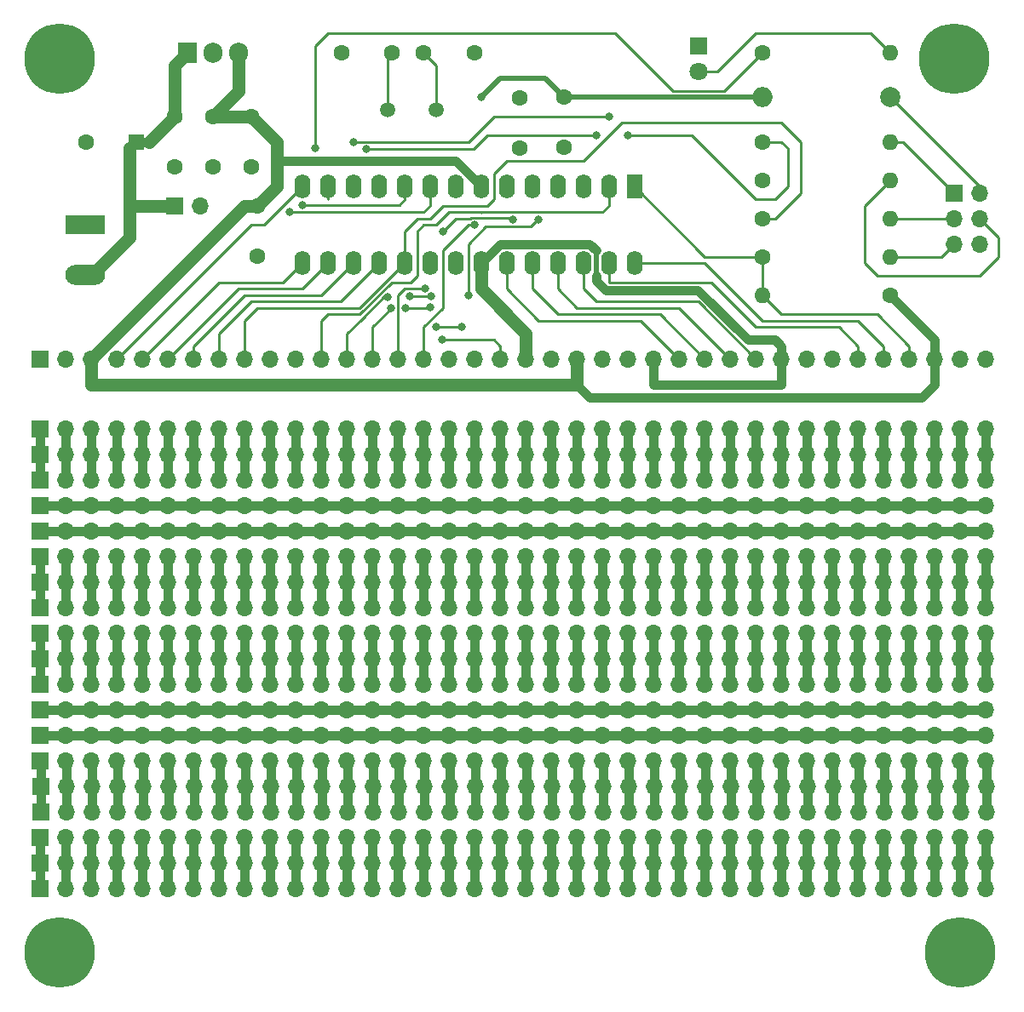
<source format=gtl>
G04 #@! TF.GenerationSoftware,KiCad,Pcbnew,5.1.9+dfsg1-1*
G04 #@! TF.CreationDate,2022-07-21T18:14:53-05:00*
G04 #@! TF.ProjectId,aarghweeno_88,61617267-6877-4656-956e-6f5f38382e6b,rev?*
G04 #@! TF.SameCoordinates,Original*
G04 #@! TF.FileFunction,Copper,L1,Top*
G04 #@! TF.FilePolarity,Positive*
%FSLAX46Y46*%
G04 Gerber Fmt 4.6, Leading zero omitted, Abs format (unit mm)*
G04 Created by KiCad (PCBNEW 5.1.9+dfsg1-1) date 2022-07-21 18:14:53*
%MOMM*%
%LPD*%
G01*
G04 APERTURE LIST*
G04 #@! TA.AperFunction,ComponentPad*
%ADD10O,1.700000X1.700000*%
G04 #@! TD*
G04 #@! TA.AperFunction,ComponentPad*
%ADD11R,1.700000X1.700000*%
G04 #@! TD*
G04 #@! TA.AperFunction,ComponentPad*
%ADD12C,7.000000*%
G04 #@! TD*
G04 #@! TA.AperFunction,ComponentPad*
%ADD13O,1.600000X2.400000*%
G04 #@! TD*
G04 #@! TA.AperFunction,ComponentPad*
%ADD14R,1.600000X2.400000*%
G04 #@! TD*
G04 #@! TA.AperFunction,ComponentPad*
%ADD15C,1.500000*%
G04 #@! TD*
G04 #@! TA.AperFunction,ComponentPad*
%ADD16O,1.905000X2.000000*%
G04 #@! TD*
G04 #@! TA.AperFunction,ComponentPad*
%ADD17R,1.905000X2.000000*%
G04 #@! TD*
G04 #@! TA.AperFunction,ComponentPad*
%ADD18O,1.600000X1.600000*%
G04 #@! TD*
G04 #@! TA.AperFunction,ComponentPad*
%ADD19C,1.600000*%
G04 #@! TD*
G04 #@! TA.AperFunction,ComponentPad*
%ADD20O,2.000000X2.000000*%
G04 #@! TD*
G04 #@! TA.AperFunction,ComponentPad*
%ADD21C,2.000000*%
G04 #@! TD*
G04 #@! TA.AperFunction,ComponentPad*
%ADD22O,3.960000X1.980000*%
G04 #@! TD*
G04 #@! TA.AperFunction,ComponentPad*
%ADD23R,3.960000X1.980000*%
G04 #@! TD*
G04 #@! TA.AperFunction,ComponentPad*
%ADD24C,1.800000*%
G04 #@! TD*
G04 #@! TA.AperFunction,ComponentPad*
%ADD25R,1.800000X1.800000*%
G04 #@! TD*
G04 #@! TA.AperFunction,ComponentPad*
%ADD26R,1.600000X1.600000*%
G04 #@! TD*
G04 #@! TA.AperFunction,ViaPad*
%ADD27C,0.800000*%
G04 #@! TD*
G04 #@! TA.AperFunction,Conductor*
%ADD28C,1.270000*%
G04 #@! TD*
G04 #@! TA.AperFunction,Conductor*
%ADD29C,0.889000*%
G04 #@! TD*
G04 #@! TA.AperFunction,Conductor*
%ADD30C,0.508000*%
G04 #@! TD*
G04 #@! TA.AperFunction,Conductor*
%ADD31C,0.250000*%
G04 #@! TD*
G04 APERTURE END LIST*
D10*
X106680000Y-66040000D03*
D11*
X104140000Y-66040000D03*
D12*
X182245000Y-140335000D03*
X181610000Y-51435000D03*
X92710000Y-140335000D03*
X92710000Y-51435000D03*
D11*
X90805000Y-133985000D03*
D10*
X93345000Y-133985000D03*
X95885000Y-133985000D03*
X98425000Y-133985000D03*
X100965000Y-133985000D03*
X103505000Y-133985000D03*
X106045000Y-133985000D03*
X108585000Y-133985000D03*
X111125000Y-133985000D03*
X113665000Y-133985000D03*
X116205000Y-133985000D03*
X118745000Y-133985000D03*
X121285000Y-133985000D03*
X123825000Y-133985000D03*
X126365000Y-133985000D03*
X128905000Y-133985000D03*
X131445000Y-133985000D03*
X133985000Y-133985000D03*
X136525000Y-133985000D03*
X139065000Y-133985000D03*
X141605000Y-133985000D03*
X144145000Y-133985000D03*
X146685000Y-133985000D03*
X149225000Y-133985000D03*
X151765000Y-133985000D03*
X154305000Y-133985000D03*
X156845000Y-133985000D03*
X159385000Y-133985000D03*
X161925000Y-133985000D03*
X164465000Y-133985000D03*
X167005000Y-133985000D03*
X169545000Y-133985000D03*
X172085000Y-133985000D03*
X174625000Y-133985000D03*
X177165000Y-133985000D03*
X179705000Y-133985000D03*
X182245000Y-133985000D03*
X184785000Y-133985000D03*
D11*
X90805000Y-131445000D03*
D10*
X93345000Y-131445000D03*
X95885000Y-131445000D03*
X98425000Y-131445000D03*
X100965000Y-131445000D03*
X103505000Y-131445000D03*
X106045000Y-131445000D03*
X108585000Y-131445000D03*
X111125000Y-131445000D03*
X113665000Y-131445000D03*
X116205000Y-131445000D03*
X118745000Y-131445000D03*
X121285000Y-131445000D03*
X123825000Y-131445000D03*
X126365000Y-131445000D03*
X128905000Y-131445000D03*
X131445000Y-131445000D03*
X133985000Y-131445000D03*
X136525000Y-131445000D03*
X139065000Y-131445000D03*
X141605000Y-131445000D03*
X144145000Y-131445000D03*
X146685000Y-131445000D03*
X149225000Y-131445000D03*
X151765000Y-131445000D03*
X154305000Y-131445000D03*
X156845000Y-131445000D03*
X159385000Y-131445000D03*
X161925000Y-131445000D03*
X164465000Y-131445000D03*
X167005000Y-131445000D03*
X169545000Y-131445000D03*
X172085000Y-131445000D03*
X174625000Y-131445000D03*
X177165000Y-131445000D03*
X179705000Y-131445000D03*
X182245000Y-131445000D03*
X184785000Y-131445000D03*
D11*
X90805000Y-128905000D03*
D10*
X93345000Y-128905000D03*
X95885000Y-128905000D03*
X98425000Y-128905000D03*
X100965000Y-128905000D03*
X103505000Y-128905000D03*
X106045000Y-128905000D03*
X108585000Y-128905000D03*
X111125000Y-128905000D03*
X113665000Y-128905000D03*
X116205000Y-128905000D03*
X118745000Y-128905000D03*
X121285000Y-128905000D03*
X123825000Y-128905000D03*
X126365000Y-128905000D03*
X128905000Y-128905000D03*
X131445000Y-128905000D03*
X133985000Y-128905000D03*
X136525000Y-128905000D03*
X139065000Y-128905000D03*
X141605000Y-128905000D03*
X144145000Y-128905000D03*
X146685000Y-128905000D03*
X149225000Y-128905000D03*
X151765000Y-128905000D03*
X154305000Y-128905000D03*
X156845000Y-128905000D03*
X159385000Y-128905000D03*
X161925000Y-128905000D03*
X164465000Y-128905000D03*
X167005000Y-128905000D03*
X169545000Y-128905000D03*
X172085000Y-128905000D03*
X174625000Y-128905000D03*
X177165000Y-128905000D03*
X179705000Y-128905000D03*
X182245000Y-128905000D03*
X184785000Y-128905000D03*
D11*
X90815000Y-126365000D03*
D10*
X93355000Y-126365000D03*
X95895000Y-126365000D03*
X98435000Y-126365000D03*
X100975000Y-126365000D03*
X103515000Y-126365000D03*
X106055000Y-126365000D03*
X108595000Y-126365000D03*
X111135000Y-126365000D03*
X113675000Y-126365000D03*
X116215000Y-126365000D03*
X118755000Y-126365000D03*
X121295000Y-126365000D03*
X123835000Y-126365000D03*
X126375000Y-126365000D03*
X128915000Y-126365000D03*
X131455000Y-126365000D03*
X133995000Y-126365000D03*
X136535000Y-126365000D03*
X139075000Y-126365000D03*
X141615000Y-126365000D03*
X144155000Y-126365000D03*
X146695000Y-126365000D03*
X149235000Y-126365000D03*
X151775000Y-126365000D03*
X154315000Y-126365000D03*
X156855000Y-126365000D03*
X159395000Y-126365000D03*
X161935000Y-126365000D03*
X164475000Y-126365000D03*
X167015000Y-126365000D03*
X169555000Y-126365000D03*
X172095000Y-126365000D03*
X174635000Y-126365000D03*
X177175000Y-126365000D03*
X179715000Y-126365000D03*
X182255000Y-126365000D03*
X184795000Y-126365000D03*
D11*
X90815000Y-123825000D03*
D10*
X93355000Y-123825000D03*
X95895000Y-123825000D03*
X98435000Y-123825000D03*
X100975000Y-123825000D03*
X103515000Y-123825000D03*
X106055000Y-123825000D03*
X108595000Y-123825000D03*
X111135000Y-123825000D03*
X113675000Y-123825000D03*
X116215000Y-123825000D03*
X118755000Y-123825000D03*
X121295000Y-123825000D03*
X123835000Y-123825000D03*
X126375000Y-123825000D03*
X128915000Y-123825000D03*
X131455000Y-123825000D03*
X133995000Y-123825000D03*
X136535000Y-123825000D03*
X139075000Y-123825000D03*
X141615000Y-123825000D03*
X144155000Y-123825000D03*
X146695000Y-123825000D03*
X149235000Y-123825000D03*
X151775000Y-123825000D03*
X154315000Y-123825000D03*
X156855000Y-123825000D03*
X159395000Y-123825000D03*
X161935000Y-123825000D03*
X164475000Y-123825000D03*
X167015000Y-123825000D03*
X169555000Y-123825000D03*
X172095000Y-123825000D03*
X174635000Y-123825000D03*
X177175000Y-123825000D03*
X179715000Y-123825000D03*
X182255000Y-123825000D03*
X184795000Y-123825000D03*
D11*
X90805000Y-121285000D03*
D10*
X93345000Y-121285000D03*
X95885000Y-121285000D03*
X98425000Y-121285000D03*
X100965000Y-121285000D03*
X103505000Y-121285000D03*
X106045000Y-121285000D03*
X108585000Y-121285000D03*
X111125000Y-121285000D03*
X113665000Y-121285000D03*
X116205000Y-121285000D03*
X118745000Y-121285000D03*
X121285000Y-121285000D03*
X123825000Y-121285000D03*
X126365000Y-121285000D03*
X128905000Y-121285000D03*
X131445000Y-121285000D03*
X133985000Y-121285000D03*
X136525000Y-121285000D03*
X139065000Y-121285000D03*
X141605000Y-121285000D03*
X144145000Y-121285000D03*
X146685000Y-121285000D03*
X149225000Y-121285000D03*
X151765000Y-121285000D03*
X154305000Y-121285000D03*
X156845000Y-121285000D03*
X159385000Y-121285000D03*
X161925000Y-121285000D03*
X164465000Y-121285000D03*
X167005000Y-121285000D03*
X169545000Y-121285000D03*
X172085000Y-121285000D03*
X174625000Y-121285000D03*
X177165000Y-121285000D03*
X179705000Y-121285000D03*
X182245000Y-121285000D03*
X184785000Y-121285000D03*
D11*
X90805000Y-118745000D03*
D10*
X93345000Y-118745000D03*
X95885000Y-118745000D03*
X98425000Y-118745000D03*
X100965000Y-118745000D03*
X103505000Y-118745000D03*
X106045000Y-118745000D03*
X108585000Y-118745000D03*
X111125000Y-118745000D03*
X113665000Y-118745000D03*
X116205000Y-118745000D03*
X118745000Y-118745000D03*
X121285000Y-118745000D03*
X123825000Y-118745000D03*
X126365000Y-118745000D03*
X128905000Y-118745000D03*
X131445000Y-118745000D03*
X133985000Y-118745000D03*
X136525000Y-118745000D03*
X139065000Y-118745000D03*
X141605000Y-118745000D03*
X144145000Y-118745000D03*
X146685000Y-118745000D03*
X149225000Y-118745000D03*
X151765000Y-118745000D03*
X154305000Y-118745000D03*
X156845000Y-118745000D03*
X159385000Y-118745000D03*
X161925000Y-118745000D03*
X164465000Y-118745000D03*
X167005000Y-118745000D03*
X169545000Y-118745000D03*
X172085000Y-118745000D03*
X174625000Y-118745000D03*
X177165000Y-118745000D03*
X179705000Y-118745000D03*
X182245000Y-118745000D03*
X184785000Y-118745000D03*
D11*
X90805000Y-116205000D03*
D10*
X93345000Y-116205000D03*
X95885000Y-116205000D03*
X98425000Y-116205000D03*
X100965000Y-116205000D03*
X103505000Y-116205000D03*
X106045000Y-116205000D03*
X108585000Y-116205000D03*
X111125000Y-116205000D03*
X113665000Y-116205000D03*
X116205000Y-116205000D03*
X118745000Y-116205000D03*
X121285000Y-116205000D03*
X123825000Y-116205000D03*
X126365000Y-116205000D03*
X128905000Y-116205000D03*
X131445000Y-116205000D03*
X133985000Y-116205000D03*
X136525000Y-116205000D03*
X139065000Y-116205000D03*
X141605000Y-116205000D03*
X144145000Y-116205000D03*
X146685000Y-116205000D03*
X149225000Y-116205000D03*
X151765000Y-116205000D03*
X154305000Y-116205000D03*
X156845000Y-116205000D03*
X159385000Y-116205000D03*
X161925000Y-116205000D03*
X164465000Y-116205000D03*
X167005000Y-116205000D03*
X169545000Y-116205000D03*
X172085000Y-116205000D03*
X174625000Y-116205000D03*
X177165000Y-116205000D03*
X179705000Y-116205000D03*
X182245000Y-116205000D03*
X184785000Y-116205000D03*
D11*
X90805000Y-113665000D03*
D10*
X93345000Y-113665000D03*
X95885000Y-113665000D03*
X98425000Y-113665000D03*
X100965000Y-113665000D03*
X103505000Y-113665000D03*
X106045000Y-113665000D03*
X108585000Y-113665000D03*
X111125000Y-113665000D03*
X113665000Y-113665000D03*
X116205000Y-113665000D03*
X118745000Y-113665000D03*
X121285000Y-113665000D03*
X123825000Y-113665000D03*
X126365000Y-113665000D03*
X128905000Y-113665000D03*
X131445000Y-113665000D03*
X133985000Y-113665000D03*
X136525000Y-113665000D03*
X139065000Y-113665000D03*
X141605000Y-113665000D03*
X144145000Y-113665000D03*
X146685000Y-113665000D03*
X149225000Y-113665000D03*
X151765000Y-113665000D03*
X154305000Y-113665000D03*
X156845000Y-113665000D03*
X159385000Y-113665000D03*
X161925000Y-113665000D03*
X164465000Y-113665000D03*
X167005000Y-113665000D03*
X169545000Y-113665000D03*
X172085000Y-113665000D03*
X174625000Y-113665000D03*
X177165000Y-113665000D03*
X179705000Y-113665000D03*
X182245000Y-113665000D03*
X184785000Y-113665000D03*
D11*
X90805000Y-108585000D03*
D10*
X93345000Y-108585000D03*
X95885000Y-108585000D03*
X98425000Y-108585000D03*
X100965000Y-108585000D03*
X103505000Y-108585000D03*
X106045000Y-108585000D03*
X108585000Y-108585000D03*
X111125000Y-108585000D03*
X113665000Y-108585000D03*
X116205000Y-108585000D03*
X118745000Y-108585000D03*
X121285000Y-108585000D03*
X123825000Y-108585000D03*
X126365000Y-108585000D03*
X128905000Y-108585000D03*
X131445000Y-108585000D03*
X133985000Y-108585000D03*
X136525000Y-108585000D03*
X139065000Y-108585000D03*
X141605000Y-108585000D03*
X144145000Y-108585000D03*
X146685000Y-108585000D03*
X149225000Y-108585000D03*
X151765000Y-108585000D03*
X154305000Y-108585000D03*
X156845000Y-108585000D03*
X159385000Y-108585000D03*
X161925000Y-108585000D03*
X164465000Y-108585000D03*
X167005000Y-108585000D03*
X169545000Y-108585000D03*
X172085000Y-108585000D03*
X174625000Y-108585000D03*
X177165000Y-108585000D03*
X179705000Y-108585000D03*
X182245000Y-108585000D03*
X184785000Y-108585000D03*
D11*
X90805000Y-111125000D03*
D10*
X93345000Y-111125000D03*
X95885000Y-111125000D03*
X98425000Y-111125000D03*
X100965000Y-111125000D03*
X103505000Y-111125000D03*
X106045000Y-111125000D03*
X108585000Y-111125000D03*
X111125000Y-111125000D03*
X113665000Y-111125000D03*
X116205000Y-111125000D03*
X118745000Y-111125000D03*
X121285000Y-111125000D03*
X123825000Y-111125000D03*
X126365000Y-111125000D03*
X128905000Y-111125000D03*
X131445000Y-111125000D03*
X133985000Y-111125000D03*
X136525000Y-111125000D03*
X139065000Y-111125000D03*
X141605000Y-111125000D03*
X144145000Y-111125000D03*
X146685000Y-111125000D03*
X149225000Y-111125000D03*
X151765000Y-111125000D03*
X154305000Y-111125000D03*
X156845000Y-111125000D03*
X159385000Y-111125000D03*
X161925000Y-111125000D03*
X164465000Y-111125000D03*
X167005000Y-111125000D03*
X169545000Y-111125000D03*
X172085000Y-111125000D03*
X174625000Y-111125000D03*
X177165000Y-111125000D03*
X179705000Y-111125000D03*
X182245000Y-111125000D03*
X184785000Y-111125000D03*
D11*
X90805000Y-106045000D03*
D10*
X93345000Y-106045000D03*
X95885000Y-106045000D03*
X98425000Y-106045000D03*
X100965000Y-106045000D03*
X103505000Y-106045000D03*
X106045000Y-106045000D03*
X108585000Y-106045000D03*
X111125000Y-106045000D03*
X113665000Y-106045000D03*
X116205000Y-106045000D03*
X118745000Y-106045000D03*
X121285000Y-106045000D03*
X123825000Y-106045000D03*
X126365000Y-106045000D03*
X128905000Y-106045000D03*
X131445000Y-106045000D03*
X133985000Y-106045000D03*
X136525000Y-106045000D03*
X139065000Y-106045000D03*
X141605000Y-106045000D03*
X144145000Y-106045000D03*
X146685000Y-106045000D03*
X149225000Y-106045000D03*
X151765000Y-106045000D03*
X154305000Y-106045000D03*
X156845000Y-106045000D03*
X159385000Y-106045000D03*
X161925000Y-106045000D03*
X164465000Y-106045000D03*
X167005000Y-106045000D03*
X169545000Y-106045000D03*
X172085000Y-106045000D03*
X174625000Y-106045000D03*
X177165000Y-106045000D03*
X179705000Y-106045000D03*
X182245000Y-106045000D03*
X184785000Y-106045000D03*
D11*
X90805000Y-103505000D03*
D10*
X93345000Y-103505000D03*
X95885000Y-103505000D03*
X98425000Y-103505000D03*
X100965000Y-103505000D03*
X103505000Y-103505000D03*
X106045000Y-103505000D03*
X108585000Y-103505000D03*
X111125000Y-103505000D03*
X113665000Y-103505000D03*
X116205000Y-103505000D03*
X118745000Y-103505000D03*
X121285000Y-103505000D03*
X123825000Y-103505000D03*
X126365000Y-103505000D03*
X128905000Y-103505000D03*
X131445000Y-103505000D03*
X133985000Y-103505000D03*
X136525000Y-103505000D03*
X139065000Y-103505000D03*
X141605000Y-103505000D03*
X144145000Y-103505000D03*
X146685000Y-103505000D03*
X149225000Y-103505000D03*
X151765000Y-103505000D03*
X154305000Y-103505000D03*
X156845000Y-103505000D03*
X159385000Y-103505000D03*
X161925000Y-103505000D03*
X164465000Y-103505000D03*
X167005000Y-103505000D03*
X169545000Y-103505000D03*
X172085000Y-103505000D03*
X174625000Y-103505000D03*
X177165000Y-103505000D03*
X179705000Y-103505000D03*
X182245000Y-103505000D03*
X184785000Y-103505000D03*
D11*
X90805000Y-100965000D03*
D10*
X93345000Y-100965000D03*
X95885000Y-100965000D03*
X98425000Y-100965000D03*
X100965000Y-100965000D03*
X103505000Y-100965000D03*
X106045000Y-100965000D03*
X108585000Y-100965000D03*
X111125000Y-100965000D03*
X113665000Y-100965000D03*
X116205000Y-100965000D03*
X118745000Y-100965000D03*
X121285000Y-100965000D03*
X123825000Y-100965000D03*
X126365000Y-100965000D03*
X128905000Y-100965000D03*
X131445000Y-100965000D03*
X133985000Y-100965000D03*
X136525000Y-100965000D03*
X139065000Y-100965000D03*
X141605000Y-100965000D03*
X144145000Y-100965000D03*
X146685000Y-100965000D03*
X149225000Y-100965000D03*
X151765000Y-100965000D03*
X154305000Y-100965000D03*
X156845000Y-100965000D03*
X159385000Y-100965000D03*
X161925000Y-100965000D03*
X164465000Y-100965000D03*
X167005000Y-100965000D03*
X169545000Y-100965000D03*
X172085000Y-100965000D03*
X174625000Y-100965000D03*
X177165000Y-100965000D03*
X179705000Y-100965000D03*
X182245000Y-100965000D03*
X184785000Y-100965000D03*
D11*
X90805000Y-98425000D03*
D10*
X93345000Y-98425000D03*
X95885000Y-98425000D03*
X98425000Y-98425000D03*
X100965000Y-98425000D03*
X103505000Y-98425000D03*
X106045000Y-98425000D03*
X108585000Y-98425000D03*
X111125000Y-98425000D03*
X113665000Y-98425000D03*
X116205000Y-98425000D03*
X118745000Y-98425000D03*
X121285000Y-98425000D03*
X123825000Y-98425000D03*
X126365000Y-98425000D03*
X128905000Y-98425000D03*
X131445000Y-98425000D03*
X133985000Y-98425000D03*
X136525000Y-98425000D03*
X139065000Y-98425000D03*
X141605000Y-98425000D03*
X144145000Y-98425000D03*
X146685000Y-98425000D03*
X149225000Y-98425000D03*
X151765000Y-98425000D03*
X154305000Y-98425000D03*
X156845000Y-98425000D03*
X159385000Y-98425000D03*
X161925000Y-98425000D03*
X164465000Y-98425000D03*
X167005000Y-98425000D03*
X169545000Y-98425000D03*
X172085000Y-98425000D03*
X174625000Y-98425000D03*
X177165000Y-98425000D03*
X179705000Y-98425000D03*
X182245000Y-98425000D03*
X184785000Y-98425000D03*
D11*
X90805000Y-95885000D03*
D10*
X93345000Y-95885000D03*
X95885000Y-95885000D03*
X98425000Y-95885000D03*
X100965000Y-95885000D03*
X103505000Y-95885000D03*
X106045000Y-95885000D03*
X108585000Y-95885000D03*
X111125000Y-95885000D03*
X113665000Y-95885000D03*
X116205000Y-95885000D03*
X118745000Y-95885000D03*
X121285000Y-95885000D03*
X123825000Y-95885000D03*
X126365000Y-95885000D03*
X128905000Y-95885000D03*
X131445000Y-95885000D03*
X133985000Y-95885000D03*
X136525000Y-95885000D03*
X139065000Y-95885000D03*
X141605000Y-95885000D03*
X144145000Y-95885000D03*
X146685000Y-95885000D03*
X149225000Y-95885000D03*
X151765000Y-95885000D03*
X154305000Y-95885000D03*
X156845000Y-95885000D03*
X159385000Y-95885000D03*
X161925000Y-95885000D03*
X164465000Y-95885000D03*
X167005000Y-95885000D03*
X169545000Y-95885000D03*
X172085000Y-95885000D03*
X174625000Y-95885000D03*
X177165000Y-95885000D03*
X179705000Y-95885000D03*
X182245000Y-95885000D03*
X184785000Y-95885000D03*
D11*
X90805000Y-93345000D03*
D10*
X93345000Y-93345000D03*
X95885000Y-93345000D03*
X98425000Y-93345000D03*
X100965000Y-93345000D03*
X103505000Y-93345000D03*
X106045000Y-93345000D03*
X108585000Y-93345000D03*
X111125000Y-93345000D03*
X113665000Y-93345000D03*
X116205000Y-93345000D03*
X118745000Y-93345000D03*
X121285000Y-93345000D03*
X123825000Y-93345000D03*
X126365000Y-93345000D03*
X128905000Y-93345000D03*
X131445000Y-93345000D03*
X133985000Y-93345000D03*
X136525000Y-93345000D03*
X139065000Y-93345000D03*
X141605000Y-93345000D03*
X144145000Y-93345000D03*
X146685000Y-93345000D03*
X149225000Y-93345000D03*
X151765000Y-93345000D03*
X154305000Y-93345000D03*
X156845000Y-93345000D03*
X159385000Y-93345000D03*
X161925000Y-93345000D03*
X164465000Y-93345000D03*
X167005000Y-93345000D03*
X169545000Y-93345000D03*
X172085000Y-93345000D03*
X174625000Y-93345000D03*
X177165000Y-93345000D03*
X179705000Y-93345000D03*
X182245000Y-93345000D03*
X184785000Y-93345000D03*
D11*
X90805000Y-90805000D03*
D10*
X93345000Y-90805000D03*
X95885000Y-90805000D03*
X98425000Y-90805000D03*
X100965000Y-90805000D03*
X103505000Y-90805000D03*
X106045000Y-90805000D03*
X108585000Y-90805000D03*
X111125000Y-90805000D03*
X113665000Y-90805000D03*
X116205000Y-90805000D03*
X118745000Y-90805000D03*
X121285000Y-90805000D03*
X123825000Y-90805000D03*
X126365000Y-90805000D03*
X128905000Y-90805000D03*
X131445000Y-90805000D03*
X133985000Y-90805000D03*
X136525000Y-90805000D03*
X139065000Y-90805000D03*
X141605000Y-90805000D03*
X144145000Y-90805000D03*
X146685000Y-90805000D03*
X149225000Y-90805000D03*
X151765000Y-90805000D03*
X154305000Y-90805000D03*
X156845000Y-90805000D03*
X159385000Y-90805000D03*
X161925000Y-90805000D03*
X164465000Y-90805000D03*
X167005000Y-90805000D03*
X169545000Y-90805000D03*
X172085000Y-90805000D03*
X174625000Y-90805000D03*
X177165000Y-90805000D03*
X179705000Y-90805000D03*
X182245000Y-90805000D03*
X184785000Y-90805000D03*
D11*
X90805000Y-88265000D03*
D10*
X93345000Y-88265000D03*
X95885000Y-88265000D03*
X98425000Y-88265000D03*
X100965000Y-88265000D03*
X103505000Y-88265000D03*
X106045000Y-88265000D03*
X108585000Y-88265000D03*
X111125000Y-88265000D03*
X113665000Y-88265000D03*
X116205000Y-88265000D03*
X118745000Y-88265000D03*
X121285000Y-88265000D03*
X123825000Y-88265000D03*
X126365000Y-88265000D03*
X128905000Y-88265000D03*
X131445000Y-88265000D03*
X133985000Y-88265000D03*
X136525000Y-88265000D03*
X139065000Y-88265000D03*
X141605000Y-88265000D03*
X144145000Y-88265000D03*
X146685000Y-88265000D03*
X149225000Y-88265000D03*
X151765000Y-88265000D03*
X154305000Y-88265000D03*
X156845000Y-88265000D03*
X159385000Y-88265000D03*
X161925000Y-88265000D03*
X164465000Y-88265000D03*
X167005000Y-88265000D03*
X169545000Y-88265000D03*
X172085000Y-88265000D03*
X174625000Y-88265000D03*
X177165000Y-88265000D03*
X179705000Y-88265000D03*
X182245000Y-88265000D03*
X184785000Y-88265000D03*
D11*
X90805000Y-81280000D03*
D10*
X93345000Y-81280000D03*
X95885000Y-81280000D03*
X98425000Y-81280000D03*
X100965000Y-81280000D03*
X103505000Y-81280000D03*
X106045000Y-81280000D03*
X108585000Y-81280000D03*
X111125000Y-81280000D03*
X113665000Y-81280000D03*
X116205000Y-81280000D03*
X118745000Y-81280000D03*
X121285000Y-81280000D03*
X123825000Y-81280000D03*
X126365000Y-81280000D03*
X128905000Y-81280000D03*
X131445000Y-81280000D03*
X133985000Y-81280000D03*
X136525000Y-81280000D03*
X139065000Y-81280000D03*
X141605000Y-81280000D03*
X144145000Y-81280000D03*
X146685000Y-81280000D03*
X149225000Y-81280000D03*
X151765000Y-81280000D03*
X154305000Y-81280000D03*
X156845000Y-81280000D03*
X159385000Y-81280000D03*
X161925000Y-81280000D03*
X164465000Y-81280000D03*
X167005000Y-81280000D03*
X169545000Y-81280000D03*
X172085000Y-81280000D03*
X174625000Y-81280000D03*
X177165000Y-81280000D03*
X179705000Y-81280000D03*
X182245000Y-81280000D03*
X184785000Y-81280000D03*
D13*
X149860000Y-71755000D03*
X116840000Y-64135000D03*
X147320000Y-71755000D03*
X119380000Y-64135000D03*
X144780000Y-71755000D03*
X121920000Y-64135000D03*
X142240000Y-71755000D03*
X124460000Y-64135000D03*
X139700000Y-71755000D03*
X127000000Y-64135000D03*
X137160000Y-71755000D03*
X129540000Y-64135000D03*
X134620000Y-71755000D03*
X132080000Y-64135000D03*
X132080000Y-71755000D03*
X134620000Y-64135000D03*
X129540000Y-71755000D03*
X137160000Y-64135000D03*
X127000000Y-71755000D03*
X139700000Y-64135000D03*
X124460000Y-71755000D03*
X142240000Y-64135000D03*
X121920000Y-71755000D03*
X144780000Y-64135000D03*
X119380000Y-71755000D03*
X147320000Y-64135000D03*
X116840000Y-71755000D03*
D14*
X149860000Y-64135000D03*
D15*
X125295000Y-56515000D03*
X130175000Y-56515000D03*
D16*
X110490000Y-50800000D03*
X107950000Y-50800000D03*
D17*
X105410000Y-50800000D03*
D18*
X175260000Y-71120000D03*
D19*
X162560000Y-71120000D03*
D18*
X175260000Y-67310000D03*
D19*
X162560000Y-67310000D03*
D18*
X175260000Y-63500000D03*
D19*
X162560000Y-63500000D03*
D18*
X175260000Y-59690000D03*
D19*
X162560000Y-59690000D03*
D18*
X175260000Y-50800000D03*
D19*
X162560000Y-50800000D03*
D18*
X162560000Y-74930000D03*
D19*
X175260000Y-74930000D03*
D20*
X162560000Y-55245000D03*
D21*
X175260000Y-55245000D03*
D10*
X184150000Y-69850000D03*
X181610000Y-69850000D03*
X184150000Y-67310000D03*
X181610000Y-67310000D03*
X184150000Y-64770000D03*
D11*
X181610000Y-64770000D03*
D22*
X95250000Y-72945000D03*
D23*
X95250000Y-67945000D03*
D24*
X156210000Y-52705000D03*
D25*
X156210000Y-50165000D03*
D19*
X111760000Y-62150000D03*
X111760000Y-57150000D03*
X112395000Y-71040000D03*
X112395000Y-66040000D03*
X138430000Y-55325000D03*
X138430000Y-60325000D03*
X142875000Y-60245000D03*
X142875000Y-55245000D03*
X120730000Y-50800000D03*
X125730000Y-50800000D03*
X133905000Y-50800000D03*
X128905000Y-50800000D03*
X107950000Y-62150000D03*
X107950000Y-57150000D03*
X104140000Y-62150000D03*
X104140000Y-57150000D03*
X95330000Y-59690000D03*
D26*
X100330000Y-59690000D03*
D27*
X115570000Y-66675000D03*
X116840000Y-65950000D03*
X134620000Y-55245000D03*
X130720000Y-79375000D03*
X132715000Y-78105000D03*
X130175000Y-78105000D03*
X133985000Y-67945000D03*
X128995000Y-74295000D03*
X130810000Y-68580000D03*
X137795000Y-67400000D03*
X125640000Y-76200000D03*
X127090000Y-76200000D03*
X129540000Y-76110000D03*
X133350000Y-74930000D03*
X140335000Y-67400000D03*
X125290858Y-75125858D03*
X127545000Y-75020000D03*
X129646284Y-75053836D03*
X149225000Y-59055000D03*
X146050000Y-59055000D03*
X123190000Y-60415000D03*
X121920000Y-59690000D03*
X147320000Y-57150000D03*
X118110000Y-60325000D03*
D28*
X134620000Y-71755000D02*
X134620000Y-74295000D01*
X139065000Y-78740000D02*
X139065000Y-81280000D01*
X134620000Y-74295000D02*
X139065000Y-78740000D01*
D29*
X145415000Y-69850000D02*
X136525000Y-69850000D01*
D30*
X146050000Y-73026410D02*
X146050000Y-70485000D01*
D29*
X146050000Y-70485000D02*
X145415000Y-69850000D01*
X136525000Y-69850000D02*
X134620000Y-71755000D01*
X164465000Y-81280000D02*
X164465000Y-83820000D01*
X164465000Y-83820000D02*
X151765000Y-83820000D01*
X151765000Y-83820000D02*
X151765000Y-81280000D01*
X146050000Y-73478251D02*
X146050000Y-73026410D01*
X147001259Y-74429510D02*
X146050000Y-73478251D01*
X156162760Y-74429510D02*
X147001259Y-74429510D01*
X161108250Y-79375000D02*
X156162760Y-74429510D01*
X163830000Y-79375000D02*
X161108250Y-79375000D01*
X164465000Y-80010000D02*
X163830000Y-79375000D01*
X164465000Y-81280000D02*
X164465000Y-80010000D01*
D28*
X95965000Y-72945000D02*
X99695000Y-69215000D01*
D31*
X95250000Y-72945000D02*
X95965000Y-72945000D01*
X103505000Y-57785000D02*
X104140000Y-57150000D01*
D28*
X104140000Y-52070000D02*
X105410000Y-50800000D01*
X104140000Y-57150000D02*
X104140000Y-52070000D01*
D29*
X99695000Y-60325000D02*
X100330000Y-59690000D01*
D28*
X101600000Y-59690000D02*
X104140000Y-57150000D01*
D29*
X100330000Y-59690000D02*
X101600000Y-59690000D01*
D28*
X104140000Y-66040000D02*
X99695000Y-66040000D01*
X99695000Y-66040000D02*
X99695000Y-60325000D01*
X99695000Y-69215000D02*
X99695000Y-66040000D01*
D31*
X184150000Y-64135000D02*
X184150000Y-64770000D01*
X175260000Y-55245000D02*
X184150000Y-64135000D01*
D28*
X111125000Y-66040000D02*
X112395000Y-66040000D01*
X95885000Y-81280000D02*
X111125000Y-66040000D01*
X110490000Y-54610000D02*
X107950000Y-57150000D01*
X110490000Y-50800000D02*
X110490000Y-54610000D01*
X107950000Y-57150000D02*
X111760000Y-57150000D01*
X112395000Y-66040000D02*
X114300000Y-64135000D01*
X114300000Y-59690000D02*
X111760000Y-57150000D01*
D29*
X132080000Y-61595000D02*
X114300000Y-61595000D01*
X134620000Y-64135000D02*
X132080000Y-61595000D01*
D28*
X114300000Y-61595000D02*
X114300000Y-59690000D01*
X114300000Y-64135000D02*
X114300000Y-61595000D01*
X95885000Y-81280000D02*
X95885000Y-83820000D01*
X95885000Y-83820000D02*
X144145000Y-83820000D01*
X144145000Y-83820000D02*
X144145000Y-81280000D01*
D29*
X179705000Y-83820000D02*
X179705000Y-81280000D01*
X178435000Y-85090000D02*
X179705000Y-83820000D01*
X145415000Y-85090000D02*
X178435000Y-85090000D01*
X144145000Y-83820000D02*
X145415000Y-85090000D01*
X179705000Y-79375000D02*
X175260000Y-74930000D01*
X179705000Y-81280000D02*
X179705000Y-79375000D01*
D31*
X130175000Y-52070000D02*
X128905000Y-50800000D01*
X130175000Y-56515000D02*
X130175000Y-52070000D01*
X115570000Y-66675000D02*
X128905000Y-66675000D01*
X129540000Y-66040000D02*
X129540000Y-64135000D01*
X128905000Y-66675000D02*
X129540000Y-66040000D01*
X125295000Y-51235000D02*
X125730000Y-50800000D01*
X125295000Y-56515000D02*
X125295000Y-51235000D01*
X127000000Y-65405000D02*
X127000000Y-64135000D01*
X126455000Y-65950000D02*
X127000000Y-65405000D01*
X116840000Y-65950000D02*
X126455000Y-65950000D01*
D30*
X162560000Y-55245000D02*
X142875000Y-55245000D01*
X142875000Y-55245000D02*
X140970000Y-53340000D01*
X136525000Y-53340000D02*
X134620000Y-55245000D01*
X136525000Y-53340000D02*
X140970000Y-53340000D01*
D31*
X156210000Y-52705000D02*
X158115000Y-52705000D01*
X158115000Y-52705000D02*
X161925000Y-48895000D01*
X161925000Y-48895000D02*
X173355000Y-48895000D01*
X173355000Y-48895000D02*
X175260000Y-50800000D01*
X180340000Y-71120000D02*
X181610000Y-69850000D01*
X175260000Y-71120000D02*
X180340000Y-71120000D01*
X172720000Y-66040000D02*
X175260000Y-63500000D01*
X173990000Y-73025000D02*
X172720000Y-71755000D01*
X172720000Y-71755000D02*
X172720000Y-66040000D01*
X184150000Y-73025000D02*
X173990000Y-73025000D01*
X186055000Y-71120000D02*
X184150000Y-73025000D01*
X186055000Y-69215000D02*
X186055000Y-71120000D01*
X184150000Y-67310000D02*
X186055000Y-69215000D01*
X175260000Y-67310000D02*
X181610000Y-67310000D01*
X176530000Y-59690000D02*
X181610000Y-64770000D01*
X175260000Y-59690000D02*
X176530000Y-59690000D01*
X162560000Y-74930000D02*
X162560000Y-71120000D01*
X156845000Y-71120000D02*
X149860000Y-64135000D01*
X162560000Y-71120000D02*
X156845000Y-71120000D01*
X177165000Y-81280000D02*
X177165000Y-80010000D01*
X177165000Y-80010000D02*
X173990000Y-76835000D01*
X164465000Y-76835000D02*
X162560000Y-74930000D01*
X173990000Y-76835000D02*
X164465000Y-76835000D01*
X174625000Y-81280000D02*
X174625000Y-80010000D01*
X174625000Y-80010000D02*
X172085000Y-77470000D01*
X172085000Y-77470000D02*
X162560000Y-77470000D01*
X156845000Y-71755000D02*
X149860000Y-71755000D01*
X162560000Y-77470000D02*
X156845000Y-71755000D01*
X172085000Y-81280000D02*
X172085000Y-80010000D01*
X172085000Y-80010000D02*
X170180000Y-78105000D01*
X170180000Y-78105000D02*
X161925000Y-78105000D01*
X161925000Y-78105000D02*
X157480000Y-73660000D01*
X157480000Y-73660000D02*
X147320000Y-73660000D01*
X147320000Y-73660000D02*
X147320000Y-71755000D01*
X161925000Y-81280000D02*
X156210000Y-75565000D01*
X156210000Y-75565000D02*
X146050000Y-75565000D01*
X144780000Y-74295000D02*
X144780000Y-71755000D01*
X146050000Y-75565000D02*
X144780000Y-74295000D01*
X159385000Y-81280000D02*
X154305000Y-76200000D01*
X154305000Y-76200000D02*
X144145000Y-76200000D01*
X142240000Y-74295000D02*
X142240000Y-71755000D01*
X144145000Y-76200000D02*
X142240000Y-74295000D01*
X156845000Y-81280000D02*
X152400000Y-76835000D01*
X152400000Y-76835000D02*
X142240000Y-76835000D01*
X139700000Y-74295000D02*
X139700000Y-71755000D01*
X142240000Y-76835000D02*
X139700000Y-74295000D01*
X154305000Y-81280000D02*
X150495000Y-77470000D01*
X150495000Y-77470000D02*
X140335000Y-77470000D01*
X137160000Y-74295000D02*
X137160000Y-71755000D01*
X140335000Y-77470000D02*
X137160000Y-74295000D01*
X119380000Y-65405000D02*
X119380000Y-64135000D01*
X136525000Y-80010000D02*
X135890000Y-79375000D01*
X130720000Y-79375000D02*
X135890000Y-79375000D01*
X136525000Y-81280000D02*
X136525000Y-80010000D01*
X132715000Y-78105000D02*
X130175000Y-78105000D01*
X128905000Y-78105000D02*
X128905000Y-81280000D01*
X130810000Y-76200000D02*
X128905000Y-78105000D01*
X133350000Y-67945000D02*
X130810000Y-70485000D01*
X133985000Y-67945000D02*
X133350000Y-67945000D01*
X130810000Y-70485000D02*
X130810000Y-76200000D01*
X126365000Y-81280000D02*
X126365000Y-74930000D01*
X126365000Y-74930000D02*
X127000000Y-74295000D01*
X127000000Y-74295000D02*
X128995000Y-74295000D01*
X130810000Y-68580000D02*
X132080000Y-67310000D01*
X133636999Y-67219999D02*
X137704999Y-67219999D01*
X133546998Y-67310000D02*
X133636999Y-67219999D01*
X132080000Y-67310000D02*
X133546998Y-67310000D01*
X137795000Y-67310000D02*
X137795000Y-67400000D01*
X137704999Y-67219999D02*
X137795000Y-67310000D01*
X123825000Y-81280000D02*
X123825000Y-78105000D01*
X125640000Y-76290000D02*
X125640000Y-76200000D01*
X123825000Y-78105000D02*
X125640000Y-76290000D01*
X129450000Y-76200000D02*
X129540000Y-76110000D01*
X127090000Y-76200000D02*
X129450000Y-76200000D01*
X133350000Y-74930000D02*
X133350000Y-69850000D01*
X135074999Y-68125001D02*
X139519999Y-68125001D01*
X133350000Y-69850000D02*
X135074999Y-68125001D01*
X140245000Y-67400000D02*
X140335000Y-67400000D01*
X139519999Y-68125001D02*
X140245000Y-67400000D01*
X121285000Y-81280000D02*
X121285000Y-78742820D01*
X121285000Y-78742820D02*
X122742106Y-77285714D01*
X122742106Y-77285714D02*
X125096410Y-74931410D01*
X125096410Y-74931410D02*
X125290858Y-75125858D01*
X127545000Y-75020000D02*
X129450000Y-75020000D01*
X129483836Y-75053836D02*
X129646284Y-75053836D01*
X129450000Y-75020000D02*
X129483836Y-75053836D01*
X118745000Y-81280000D02*
X118745000Y-77470000D01*
X118745000Y-77470000D02*
X119380000Y-76835000D01*
X119380705Y-76835705D02*
X122555705Y-76835705D01*
X119380000Y-76835000D02*
X119380705Y-76835705D01*
X125731410Y-73660000D02*
X122555705Y-76835705D01*
X127635000Y-73660000D02*
X128270000Y-73025000D01*
X127635000Y-73660000D02*
X125731410Y-73660000D01*
X128270000Y-73025000D02*
X128270000Y-69850000D01*
X128270000Y-69850000D02*
X128270000Y-68580000D01*
X128270000Y-68580000D02*
X128905000Y-67945000D01*
X128905000Y-67945000D02*
X130175000Y-67945000D01*
X130175000Y-67945000D02*
X131445000Y-66675000D01*
X131445000Y-66675000D02*
X134620000Y-66675000D01*
X134620000Y-66675000D02*
X134620000Y-66765000D01*
X134620000Y-66675000D02*
X146685000Y-66675000D01*
X147320000Y-66040000D02*
X147320000Y-64135000D01*
X146685000Y-66675000D02*
X147320000Y-66040000D01*
X111125000Y-81280000D02*
X111125000Y-77470000D01*
X111125000Y-77470000D02*
X112395000Y-76200000D01*
X122555000Y-76200000D02*
X127000000Y-71755000D01*
X112395000Y-76200000D02*
X122555000Y-76200000D01*
X128270000Y-67310000D02*
X127000000Y-68580000D01*
X162560000Y-67310000D02*
X163830000Y-67310000D01*
X163830000Y-67310000D02*
X166370000Y-64770000D01*
X144780000Y-61595000D02*
X137160000Y-61595000D01*
X130810000Y-66040000D02*
X129540000Y-67310000D01*
X166370000Y-64770000D02*
X166370000Y-59690000D01*
X166370000Y-59690000D02*
X164465000Y-57785000D01*
X164465000Y-57785000D02*
X148590000Y-57785000D01*
X135890000Y-65405000D02*
X135255000Y-66040000D01*
X129540000Y-67310000D02*
X128270000Y-67310000D01*
X148590000Y-57785000D02*
X144780000Y-61595000D01*
X137160000Y-61595000D02*
X135890000Y-62865000D01*
X127000000Y-68580000D02*
X127000000Y-71755000D01*
X135890000Y-62865000D02*
X135890000Y-65405000D01*
X135255000Y-66040000D02*
X130810000Y-66040000D01*
X108585000Y-81280000D02*
X108585000Y-78740000D01*
X108585000Y-78740000D02*
X111760000Y-75565000D01*
X120650000Y-75565000D02*
X124460000Y-71755000D01*
X111760000Y-75565000D02*
X120650000Y-75565000D01*
X146050000Y-59055000D02*
X145415000Y-59055000D01*
X145415000Y-59055000D02*
X138034998Y-59055000D01*
X138034998Y-59055000D02*
X135255000Y-59055000D01*
X133894999Y-60415001D02*
X123280001Y-60415001D01*
X135255000Y-59055000D02*
X133894999Y-60415001D01*
X123280000Y-60415000D02*
X123190000Y-60415000D01*
X123280001Y-60415001D02*
X123280000Y-60415000D01*
X164465000Y-59690000D02*
X162560000Y-59690000D01*
X165100000Y-64135000D02*
X165100000Y-60325000D01*
X163830000Y-65405000D02*
X165100000Y-64135000D01*
X165100000Y-60325000D02*
X164465000Y-59690000D01*
X161925000Y-65405000D02*
X163830000Y-65405000D01*
X155575000Y-59055000D02*
X161925000Y-65405000D01*
X149225000Y-59055000D02*
X155575000Y-59055000D01*
X106045000Y-81280000D02*
X106045000Y-80010000D01*
X106045000Y-80010000D02*
X111125000Y-74930000D01*
X118745000Y-74930000D02*
X121920000Y-71755000D01*
X111125000Y-74930000D02*
X118745000Y-74930000D01*
X121920000Y-59690000D02*
X133350000Y-59690000D01*
X133350000Y-59690000D02*
X135890000Y-57150000D01*
X135890000Y-57150000D02*
X147320000Y-57150000D01*
X103505000Y-81280000D02*
X110490000Y-74295000D01*
X116840000Y-74295000D02*
X119380000Y-71755000D01*
X110490000Y-74295000D02*
X116840000Y-74295000D01*
X118110000Y-50165000D02*
X118110000Y-60325000D01*
X119380000Y-48895000D02*
X118110000Y-50165000D01*
X147955000Y-48895000D02*
X119380000Y-48895000D01*
X153670000Y-54610000D02*
X147955000Y-48895000D01*
X158750000Y-54610000D02*
X153670000Y-54610000D01*
X162560000Y-50800000D02*
X158750000Y-54610000D01*
X100965000Y-81280000D02*
X108585000Y-73660000D01*
X114935000Y-73660000D02*
X116840000Y-71755000D01*
X108585000Y-73660000D02*
X114935000Y-73660000D01*
X113030000Y-67945000D02*
X116840000Y-64135000D01*
X98425000Y-81280000D02*
X111760000Y-67945000D01*
X111760000Y-67945000D02*
X113030000Y-67945000D01*
D29*
X184785000Y-93345000D02*
X184785000Y-88265000D01*
X182245000Y-93345000D02*
X182245000Y-88265000D01*
X179705000Y-93345000D02*
X179705000Y-88265000D01*
X177165000Y-93345000D02*
X177165000Y-88265000D01*
X174625000Y-93345000D02*
X174625000Y-88265000D01*
X172085000Y-93345000D02*
X172085000Y-88265000D01*
X169545000Y-93345000D02*
X169545000Y-88265000D01*
X167005000Y-93345000D02*
X167005000Y-88265000D01*
X164465000Y-93345000D02*
X164465000Y-88265000D01*
X161925000Y-93345000D02*
X161925000Y-88265000D01*
X159385000Y-93345000D02*
X159385000Y-88265000D01*
X156845000Y-93345000D02*
X156845000Y-88265000D01*
X154305000Y-93345000D02*
X154305000Y-88265000D01*
X151765000Y-93345000D02*
X151765000Y-88265000D01*
X149225000Y-93345000D02*
X149225000Y-88265000D01*
X146685000Y-93345000D02*
X146685000Y-88265000D01*
X144145000Y-93345000D02*
X144145000Y-88265000D01*
X141605000Y-93345000D02*
X141605000Y-88265000D01*
X139065000Y-93345000D02*
X139065000Y-88265000D01*
X136525000Y-93345000D02*
X136525000Y-88265000D01*
X133985000Y-93345000D02*
X133985000Y-88265000D01*
X131445000Y-93345000D02*
X131445000Y-88265000D01*
X128905000Y-93345000D02*
X128905000Y-88265000D01*
X126365000Y-93345000D02*
X126365000Y-88265000D01*
X123825000Y-93345000D02*
X123825000Y-88265000D01*
X121285000Y-93345000D02*
X121285000Y-88265000D01*
X118745000Y-93345000D02*
X118745000Y-88265000D01*
X116205000Y-93345000D02*
X116205000Y-88265000D01*
X113665000Y-93345000D02*
X113665000Y-88265000D01*
X111125000Y-93345000D02*
X111125000Y-88265000D01*
X108585000Y-93345000D02*
X108585000Y-88265000D01*
X106045000Y-93345000D02*
X106045000Y-88265000D01*
X103505000Y-93345000D02*
X103505000Y-88265000D01*
X100965000Y-93345000D02*
X100965000Y-88265000D01*
X98425000Y-93345000D02*
X98425000Y-88265000D01*
X95885000Y-93345000D02*
X95885000Y-88265000D01*
X93345000Y-93345000D02*
X93345000Y-88265000D01*
X90805000Y-93345000D02*
X90805000Y-88265000D01*
X184785000Y-95885000D02*
X90805000Y-95885000D01*
X90805000Y-98425000D02*
X184785000Y-98425000D01*
X184785000Y-106045000D02*
X184785000Y-100965000D01*
X182245000Y-106045000D02*
X182245000Y-100965000D01*
X179705000Y-106045000D02*
X179705000Y-100965000D01*
X177165000Y-106045000D02*
X177165000Y-100965000D01*
X174625000Y-106045000D02*
X174625000Y-100965000D01*
X172085000Y-106045000D02*
X172085000Y-100965000D01*
X169545000Y-106045000D02*
X169545000Y-100965000D01*
X167005000Y-106045000D02*
X167005000Y-100965000D01*
X164465000Y-106045000D02*
X164465000Y-100965000D01*
X161925000Y-106045000D02*
X161925000Y-100965000D01*
X159385000Y-106045000D02*
X159385000Y-100965000D01*
X156845000Y-106045000D02*
X156845000Y-100965000D01*
X154305000Y-106045000D02*
X154305000Y-100965000D01*
X151765000Y-106045000D02*
X151765000Y-100965000D01*
X149225000Y-106045000D02*
X149225000Y-100965000D01*
X146685000Y-106045000D02*
X146685000Y-100965000D01*
X144145000Y-106045000D02*
X144145000Y-100965000D01*
X141605000Y-106045000D02*
X141605000Y-100965000D01*
X139065000Y-106045000D02*
X139065000Y-100965000D01*
X136525000Y-106045000D02*
X136525000Y-100965000D01*
X133985000Y-106045000D02*
X133985000Y-100965000D01*
X131445000Y-106045000D02*
X131445000Y-100965000D01*
X128905000Y-106045000D02*
X128905000Y-100965000D01*
X126365000Y-106045000D02*
X126365000Y-100965000D01*
X123825000Y-106045000D02*
X123825000Y-100965000D01*
X121285000Y-106045000D02*
X121285000Y-100965000D01*
X118745000Y-106045000D02*
X118745000Y-100965000D01*
X116205000Y-106045000D02*
X116205000Y-100965000D01*
X113665000Y-106045000D02*
X113665000Y-100965000D01*
X111125000Y-106045000D02*
X111125000Y-100965000D01*
X108585000Y-106045000D02*
X108585000Y-100965000D01*
X106045000Y-106045000D02*
X106045000Y-100965000D01*
X103505000Y-106045000D02*
X103505000Y-100965000D01*
X100965000Y-106045000D02*
X100965000Y-100965000D01*
X98425000Y-106045000D02*
X98425000Y-100965000D01*
X95885000Y-106045000D02*
X95885000Y-100965000D01*
X93345000Y-106045000D02*
X93345000Y-100965000D01*
X90805000Y-106045000D02*
X90805000Y-100965000D01*
X184785000Y-113665000D02*
X184785000Y-108585000D01*
X182245000Y-113665000D02*
X182245000Y-108585000D01*
X179705000Y-113665000D02*
X179705000Y-108585000D01*
X177165000Y-113665000D02*
X177165000Y-108585000D01*
X174625000Y-113665000D02*
X174625000Y-108585000D01*
X172085000Y-113665000D02*
X172085000Y-108585000D01*
X169545000Y-113665000D02*
X169545000Y-108585000D01*
X167005000Y-113665000D02*
X167005000Y-108585000D01*
X164465000Y-113665000D02*
X164465000Y-108585000D01*
X161925000Y-113665000D02*
X161925000Y-108585000D01*
X159385000Y-113665000D02*
X159385000Y-108585000D01*
X156845000Y-113665000D02*
X156845000Y-108585000D01*
X154305000Y-113665000D02*
X154305000Y-108585000D01*
X151765000Y-113665000D02*
X151765000Y-108585000D01*
X149225000Y-113665000D02*
X149225000Y-108585000D01*
X146685000Y-113665000D02*
X146685000Y-108585000D01*
X144145000Y-113665000D02*
X144145000Y-108585000D01*
X141605000Y-113665000D02*
X141605000Y-108585000D01*
X139065000Y-113665000D02*
X139065000Y-108585000D01*
X136525000Y-113665000D02*
X136525000Y-108585000D01*
X133985000Y-113665000D02*
X133985000Y-108585000D01*
X131445000Y-113665000D02*
X131445000Y-108585000D01*
X128905000Y-113665000D02*
X128905000Y-108585000D01*
X126365000Y-113665000D02*
X126365000Y-108585000D01*
X123825000Y-113665000D02*
X123825000Y-108585000D01*
X121285000Y-113665000D02*
X121285000Y-108585000D01*
X118745000Y-113665000D02*
X118745000Y-108585000D01*
X116205000Y-113665000D02*
X116205000Y-108585000D01*
X113665000Y-113665000D02*
X113665000Y-108585000D01*
X111125000Y-113665000D02*
X111125000Y-108585000D01*
X108585000Y-113665000D02*
X108585000Y-108585000D01*
X106045000Y-113665000D02*
X106045000Y-108585000D01*
X103505000Y-113665000D02*
X103505000Y-108585000D01*
X100965000Y-113665000D02*
X100965000Y-108585000D01*
X98425000Y-113665000D02*
X98425000Y-108585000D01*
X95885000Y-113665000D02*
X95885000Y-108585000D01*
X93345000Y-113665000D02*
X93345000Y-108585000D01*
X90805000Y-113665000D02*
X90805000Y-108585000D01*
X184785000Y-116205000D02*
X90805000Y-116205000D01*
X90805000Y-118745000D02*
X184785000Y-118745000D01*
X184795000Y-121295000D02*
X184785000Y-121285000D01*
X184795000Y-126365000D02*
X184795000Y-121295000D01*
X182255000Y-121295000D02*
X182245000Y-121285000D01*
X182255000Y-126365000D02*
X182255000Y-121295000D01*
X179715000Y-121295000D02*
X179705000Y-121285000D01*
X179715000Y-126365000D02*
X179715000Y-121295000D01*
X177175000Y-121295000D02*
X177165000Y-121285000D01*
X177175000Y-126365000D02*
X177175000Y-121295000D01*
X174635000Y-121295000D02*
X174625000Y-121285000D01*
X174635000Y-126365000D02*
X174635000Y-121295000D01*
X172095000Y-121295000D02*
X172085000Y-121285000D01*
X172095000Y-126365000D02*
X172095000Y-121295000D01*
X169555000Y-121295000D02*
X169545000Y-121285000D01*
X169555000Y-126365000D02*
X169555000Y-121295000D01*
X167015000Y-121295000D02*
X167005000Y-121285000D01*
X167015000Y-126365000D02*
X167015000Y-121295000D01*
X164475000Y-121295000D02*
X164465000Y-121285000D01*
X164475000Y-126365000D02*
X164475000Y-121295000D01*
X161935000Y-121295000D02*
X161925000Y-121285000D01*
X161935000Y-126365000D02*
X161935000Y-121295000D01*
X159395000Y-121295000D02*
X159385000Y-121285000D01*
X159395000Y-126365000D02*
X159395000Y-121295000D01*
X156855000Y-121295000D02*
X156845000Y-121285000D01*
X156855000Y-126365000D02*
X156855000Y-121295000D01*
X154315000Y-121295000D02*
X154305000Y-121285000D01*
X154315000Y-126365000D02*
X154315000Y-121295000D01*
X151775000Y-121295000D02*
X151765000Y-121285000D01*
X151775000Y-126365000D02*
X151775000Y-121295000D01*
X149235000Y-121295000D02*
X149225000Y-121285000D01*
X149235000Y-126365000D02*
X149235000Y-121295000D01*
X146695000Y-121295000D02*
X146685000Y-121285000D01*
X146695000Y-126365000D02*
X146695000Y-121295000D01*
X144155000Y-121295000D02*
X144145000Y-121285000D01*
X144155000Y-126365000D02*
X144155000Y-121295000D01*
X141615000Y-121295000D02*
X141605000Y-121285000D01*
X141615000Y-126365000D02*
X141615000Y-121295000D01*
X139075000Y-121295000D02*
X139065000Y-121285000D01*
X139075000Y-126365000D02*
X139075000Y-121295000D01*
X136535000Y-121295000D02*
X136525000Y-121285000D01*
X136535000Y-126365000D02*
X136535000Y-121295000D01*
X133995000Y-121295000D02*
X133985000Y-121285000D01*
X133995000Y-126365000D02*
X133995000Y-121295000D01*
X131455000Y-121295000D02*
X131445000Y-121285000D01*
X131455000Y-126365000D02*
X131455000Y-121295000D01*
X128915000Y-121295000D02*
X128905000Y-121285000D01*
X128915000Y-126365000D02*
X128915000Y-121295000D01*
X126375000Y-121295000D02*
X126365000Y-121285000D01*
X126375000Y-126365000D02*
X126375000Y-121295000D01*
X123835000Y-121295000D02*
X123825000Y-121285000D01*
X123835000Y-126365000D02*
X123835000Y-121295000D01*
X121295000Y-121295000D02*
X121285000Y-121285000D01*
X121295000Y-126365000D02*
X121295000Y-121295000D01*
X118755000Y-121295000D02*
X118745000Y-121285000D01*
X118755000Y-126365000D02*
X118755000Y-121295000D01*
X116215000Y-121295000D02*
X116205000Y-121285000D01*
X116215000Y-126365000D02*
X116215000Y-121295000D01*
X113675000Y-121295000D02*
X113665000Y-121285000D01*
X113675000Y-126365000D02*
X113675000Y-121295000D01*
X111135000Y-121295000D02*
X111125000Y-121285000D01*
X111135000Y-126365000D02*
X111135000Y-121295000D01*
X108595000Y-121295000D02*
X108585000Y-121285000D01*
X108595000Y-126365000D02*
X108595000Y-121295000D01*
X106055000Y-121295000D02*
X106045000Y-121285000D01*
X106055000Y-126365000D02*
X106055000Y-121295000D01*
X103515000Y-121295000D02*
X103505000Y-121285000D01*
X103515000Y-126365000D02*
X103515000Y-121295000D01*
X100975000Y-121295000D02*
X100965000Y-121285000D01*
X100975000Y-126365000D02*
X100975000Y-121295000D01*
X98435000Y-121295000D02*
X98425000Y-121285000D01*
X98435000Y-126365000D02*
X98435000Y-121295000D01*
X95895000Y-121295000D02*
X95885000Y-121285000D01*
X95895000Y-126365000D02*
X95895000Y-121295000D01*
X93355000Y-121295000D02*
X93345000Y-121285000D01*
X93355000Y-126365000D02*
X93355000Y-121295000D01*
X90815000Y-121295000D02*
X90805000Y-121285000D01*
X90815000Y-126365000D02*
X90815000Y-121295000D01*
X184785000Y-133985000D02*
X184785000Y-128905000D01*
X182245000Y-133985000D02*
X182245000Y-128905000D01*
X179705000Y-133985000D02*
X179705000Y-128905000D01*
X177165000Y-133985000D02*
X177165000Y-128905000D01*
X174625000Y-133985000D02*
X174625000Y-128905000D01*
X172085000Y-133985000D02*
X172085000Y-128905000D01*
X169545000Y-133985000D02*
X169545000Y-128905000D01*
X167005000Y-133985000D02*
X167005000Y-128905000D01*
X164465000Y-133985000D02*
X164465000Y-128905000D01*
X161925000Y-133985000D02*
X161925000Y-128905000D01*
X159385000Y-133985000D02*
X159385000Y-128905000D01*
X156845000Y-133985000D02*
X156845000Y-128905000D01*
X154305000Y-133985000D02*
X154305000Y-128905000D01*
X151765000Y-133985000D02*
X151765000Y-128905000D01*
X149225000Y-133985000D02*
X149225000Y-128905000D01*
X146685000Y-133985000D02*
X146685000Y-130175000D01*
X146685000Y-131445000D02*
X146685000Y-128905000D01*
X144145000Y-133985000D02*
X144145000Y-128905000D01*
X141605000Y-133985000D02*
X141605000Y-128905000D01*
X139065000Y-133985000D02*
X139065000Y-128905000D01*
X136525000Y-133985000D02*
X136525000Y-128905000D01*
X133985000Y-133985000D02*
X133985000Y-128905000D01*
X131445000Y-133985000D02*
X131445000Y-128905000D01*
X128905000Y-133985000D02*
X128905000Y-128905000D01*
X126365000Y-133985000D02*
X126365000Y-128905000D01*
X123825000Y-133985000D02*
X123825000Y-128905000D01*
X121285000Y-133985000D02*
X121285000Y-128905000D01*
X118745000Y-133985000D02*
X118745000Y-128905000D01*
X116205000Y-133985000D02*
X116205000Y-128905000D01*
X113665000Y-133985000D02*
X113665000Y-128905000D01*
X111125000Y-133985000D02*
X111125000Y-128905000D01*
X108585000Y-133985000D02*
X108585000Y-128905000D01*
X106045000Y-133985000D02*
X106045000Y-128905000D01*
X103505000Y-133985000D02*
X103505000Y-128905000D01*
X100965000Y-133985000D02*
X100965000Y-129540000D01*
X100965000Y-129540000D02*
X100965000Y-128905000D01*
X98425000Y-133985000D02*
X98425000Y-128905000D01*
X95885000Y-133985000D02*
X95885000Y-128905000D01*
X93345000Y-133985000D02*
X93345000Y-128905000D01*
X90805000Y-133985000D02*
X90805000Y-128905000D01*
M02*

</source>
